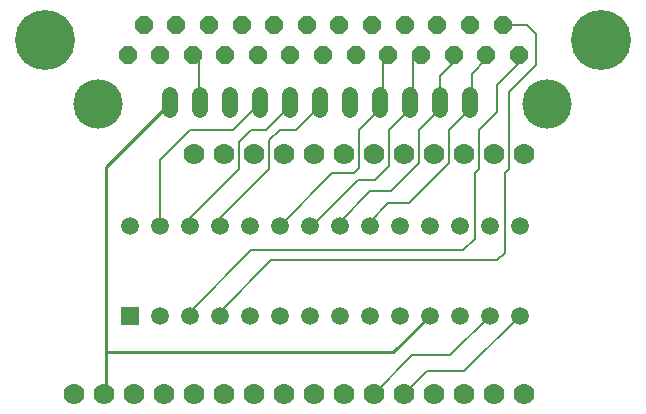
<source format=gbr>
G04 EAGLE Gerber RS-274X export*
G75*
%MOMM*%
%FSLAX34Y34*%
%LPD*%
%INBottom Copper*%
%IPPOS*%
%AMOC8*
5,1,8,0,0,1.08239X$1,22.5*%
G01*
%ADD10C,1.500000*%
%ADD11R,1.500000X1.500000*%
%ADD12P,1.649562X8X22.500000*%
%ADD13C,5.080000*%
%ADD14C,1.320800*%
%ADD15C,1.778000*%
%ADD16C,4.191000*%
%ADD17C,0.152400*%
%ADD18C,0.254000*%


D10*
X521970Y566420D03*
X496570Y566420D03*
X471170Y566420D03*
X445770Y566420D03*
X420370Y566420D03*
X394970Y566420D03*
X369570Y566420D03*
X344170Y566420D03*
X318770Y566420D03*
X293370Y566420D03*
X267970Y566420D03*
X242570Y566420D03*
X217170Y566420D03*
X191770Y566420D03*
X521970Y490220D03*
X496570Y490220D03*
X471170Y490220D03*
X445770Y490220D03*
X420370Y490220D03*
X394970Y490220D03*
X369570Y490220D03*
X344170Y490220D03*
X318770Y490220D03*
X293370Y490220D03*
X267970Y490220D03*
X242570Y490220D03*
X217170Y490220D03*
D11*
X191770Y490220D03*
D12*
X189992Y711200D03*
X217678Y711200D03*
X245110Y711200D03*
X272796Y711200D03*
X300482Y711200D03*
X327914Y711200D03*
X355600Y711200D03*
X383286Y711200D03*
X410718Y711200D03*
X438404Y711200D03*
X466090Y711200D03*
X493522Y711200D03*
X521208Y711200D03*
X203708Y736600D03*
X231394Y736600D03*
X259080Y736600D03*
X286512Y736600D03*
X314198Y736600D03*
X341884Y736600D03*
X369316Y736600D03*
X397002Y736600D03*
X424688Y736600D03*
X452120Y736600D03*
X479806Y736600D03*
X507492Y736600D03*
D13*
X120396Y723900D03*
X590804Y723900D03*
D14*
X226060Y677164D02*
X226060Y663956D01*
X251460Y663956D02*
X251460Y677164D01*
X276860Y677164D02*
X276860Y663956D01*
X302260Y663956D02*
X302260Y677164D01*
X327660Y677164D02*
X327660Y663956D01*
X353060Y663956D02*
X353060Y677164D01*
X378460Y677164D02*
X378460Y663956D01*
X403860Y663956D02*
X403860Y677164D01*
X429260Y677164D02*
X429260Y663956D01*
X454660Y663956D02*
X454660Y677164D01*
X480060Y677164D02*
X480060Y663956D01*
D15*
X246380Y627380D03*
X271780Y627380D03*
X297180Y627380D03*
X322580Y627380D03*
X347980Y627380D03*
X373380Y627380D03*
X398780Y627380D03*
X424180Y627380D03*
X449580Y627380D03*
X474980Y627380D03*
X500380Y627380D03*
X525780Y627380D03*
X246380Y424180D03*
X271780Y424180D03*
X297180Y424180D03*
X322580Y424180D03*
X347980Y424180D03*
X373380Y424180D03*
X398780Y424180D03*
X424180Y424180D03*
X449580Y424180D03*
X474980Y424180D03*
X500380Y424180D03*
X525780Y424180D03*
X220980Y424180D03*
X195580Y424180D03*
X170180Y424180D03*
X144780Y424180D03*
D16*
X544830Y669290D03*
X165100Y669290D03*
D17*
X449580Y627380D02*
X449580Y626110D01*
X521970Y490220D02*
X474980Y443230D01*
X443230Y443230D01*
X424180Y424180D01*
X399415Y426720D02*
X398780Y424180D01*
X462915Y456565D02*
X496570Y490220D01*
X462915Y456565D02*
X431165Y456565D01*
X398780Y424180D01*
D18*
X171450Y615950D02*
X226060Y670560D01*
X171450Y459105D02*
X171450Y425450D01*
X171450Y423545D02*
X171450Y615950D01*
D17*
X171450Y425450D02*
X170180Y424180D01*
D18*
X414655Y459105D02*
X445770Y490220D01*
X414655Y459105D02*
X171450Y459105D01*
D17*
X251460Y670560D02*
X252730Y671830D01*
X250825Y673100D02*
X250825Y711200D01*
X245110Y711200D01*
X250825Y673100D02*
X251460Y670560D01*
X242570Y647700D02*
X279400Y647700D01*
X242570Y647700D02*
X217170Y622300D01*
X217170Y566420D01*
X279400Y647700D02*
X302260Y670560D01*
X284480Y614680D02*
X242570Y572770D01*
X284480Y614680D02*
X284480Y637540D01*
X242570Y572770D02*
X242570Y566420D01*
X284480Y637540D02*
X294640Y647700D01*
X307340Y647700D01*
X327660Y668020D01*
X327660Y670560D01*
X309880Y614680D02*
X267970Y572770D01*
X309880Y614680D02*
X309880Y638810D01*
X267970Y572770D02*
X267970Y566420D01*
X309880Y638810D02*
X318770Y647700D01*
X332740Y647700D01*
X353060Y668020D01*
X353060Y670560D01*
X410718Y711200D02*
X412750Y711200D01*
X406400Y711200D02*
X406400Y673100D01*
X403860Y670560D02*
X406400Y668020D01*
X386080Y647700D01*
X386080Y615315D01*
X406400Y711200D02*
X410718Y711200D01*
X406400Y673100D02*
X403860Y670560D01*
X363220Y610870D02*
X318770Y566420D01*
X363220Y610870D02*
X381635Y610870D01*
X386080Y615315D01*
X431800Y673100D02*
X431800Y711200D01*
X438404Y711200D01*
X431800Y673100D02*
X429260Y670560D01*
X384810Y605155D02*
X346075Y566420D01*
X344170Y566420D01*
X384810Y605155D02*
X399415Y605155D01*
X429260Y665480D02*
X429260Y670560D01*
X429260Y665480D02*
X411480Y647700D01*
X411480Y617220D01*
X399415Y605155D01*
X454660Y670560D02*
X454660Y693420D01*
X466090Y704850D02*
X466090Y711200D01*
X466090Y704850D02*
X454660Y693420D01*
X395605Y595630D02*
X369570Y569595D01*
X395605Y595630D02*
X413385Y595630D01*
X436880Y619125D01*
X436880Y647700D01*
X369570Y569595D02*
X369570Y566420D01*
X454660Y665480D02*
X454660Y670560D01*
X454660Y665480D02*
X436880Y647700D01*
X481330Y671830D02*
X481330Y695198D01*
X481330Y671830D02*
X480060Y670560D01*
X493522Y707390D02*
X493522Y711200D01*
X493522Y707390D02*
X481330Y695198D01*
X394970Y569595D02*
X394970Y566420D01*
X394970Y569595D02*
X410845Y585470D01*
X428625Y585470D01*
X462280Y619125D01*
X462280Y647700D01*
X480060Y665480D02*
X480060Y670560D01*
X480060Y665480D02*
X462280Y647700D01*
X242570Y493395D02*
X242570Y490220D01*
X242570Y493395D02*
X294640Y545465D01*
X474345Y545465D01*
X483870Y554990D01*
X487680Y647700D02*
X502920Y662940D01*
X502920Y685800D01*
X521208Y704088D02*
X521208Y711200D01*
X521208Y704088D02*
X502920Y685800D01*
X487680Y614680D02*
X483870Y610870D01*
X483870Y554990D01*
X487680Y614680D02*
X487680Y647700D01*
X508000Y736092D02*
X507492Y736600D01*
X267970Y493395D02*
X267970Y490220D01*
X267970Y493395D02*
X311785Y537210D01*
X502920Y537210D01*
X509270Y543560D01*
X507492Y736600D02*
X527812Y736600D01*
X513080Y614680D02*
X509270Y610870D01*
X509270Y543560D01*
X535940Y728472D02*
X527812Y736600D01*
X535940Y728472D02*
X535940Y702310D01*
X513080Y679450D02*
X513080Y614680D01*
X513080Y679450D02*
X535940Y702310D01*
M02*

</source>
